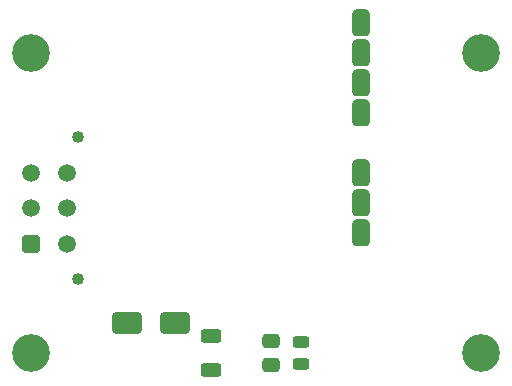
<source format=gbr>
%TF.GenerationSoftware,KiCad,Pcbnew,8.0.5*%
%TF.CreationDate,2024-09-27T19:14:55-05:00*%
%TF.ProjectId,pcb.pro,7063622e-7072-46f2-9e6b-696361645f70,rev?*%
%TF.SameCoordinates,Original*%
%TF.FileFunction,Soldermask,Top*%
%TF.FilePolarity,Negative*%
%FSLAX46Y46*%
G04 Gerber Fmt 4.6, Leading zero omitted, Abs format (unit mm)*
G04 Created by KiCad (PCBNEW 8.0.5) date 2024-09-27 19:14:55*
%MOMM*%
%LPD*%
G01*
G04 APERTURE LIST*
G04 Aperture macros list*
%AMRoundRect*
0 Rectangle with rounded corners*
0 $1 Rounding radius*
0 $2 $3 $4 $5 $6 $7 $8 $9 X,Y pos of 4 corners*
0 Add a 4 corners polygon primitive as box body*
4,1,4,$2,$3,$4,$5,$6,$7,$8,$9,$2,$3,0*
0 Add four circle primitives for the rounded corners*
1,1,$1+$1,$2,$3*
1,1,$1+$1,$4,$5*
1,1,$1+$1,$6,$7*
1,1,$1+$1,$8,$9*
0 Add four rect primitives between the rounded corners*
20,1,$1+$1,$2,$3,$4,$5,0*
20,1,$1+$1,$4,$5,$6,$7,0*
20,1,$1+$1,$6,$7,$8,$9,0*
20,1,$1+$1,$8,$9,$2,$3,0*%
G04 Aperture macros list end*
%ADD10C,3.200000*%
%ADD11RoundRect,0.381000X0.381000X-0.762000X0.381000X0.762000X-0.381000X0.762000X-0.381000X-0.762000X0*%
%ADD12RoundRect,0.250000X0.625000X-0.312500X0.625000X0.312500X-0.625000X0.312500X-0.625000X-0.312500X0*%
%ADD13C,1.500000*%
%ADD14RoundRect,0.250001X0.499999X-0.499999X0.499999X0.499999X-0.499999X0.499999X-0.499999X-0.499999X0*%
%ADD15C,1.020000*%
%ADD16RoundRect,0.243750X-0.456250X0.243750X-0.456250X-0.243750X0.456250X-0.243750X0.456250X0.243750X0*%
%ADD17RoundRect,0.250000X1.000000X0.650000X-1.000000X0.650000X-1.000000X-0.650000X1.000000X-0.650000X0*%
%ADD18RoundRect,0.250000X0.475000X-0.337500X0.475000X0.337500X-0.475000X0.337500X-0.475000X-0.337500X0*%
G04 APERTURE END LIST*
D10*
%TO.C,REF\u002A\u002A*%
X180340000Y-93980000D03*
%TD*%
%TO.C,REF\u002A\u002A*%
X218440000Y-93980000D03*
%TD*%
%TO.C,REF\u002A\u002A*%
X218440000Y-68580000D03*
%TD*%
%TO.C,REF\u002A\u002A*%
X180340000Y-68580000D03*
%TD*%
D11*
%TO.C,U1*%
X208280000Y-66040000D03*
X208280000Y-68580000D03*
X208280000Y-71120000D03*
X208280000Y-73660000D03*
X208280000Y-78740000D03*
X208280000Y-81280000D03*
X208280000Y-83820000D03*
%TD*%
D12*
%TO.C,R1*%
X195580000Y-95442500D03*
X195580000Y-92517500D03*
%TD*%
D13*
%TO.C,J1*%
X183340000Y-78740000D03*
X183340000Y-81740000D03*
X183340000Y-84740000D03*
X180340000Y-78740000D03*
X180340000Y-81740000D03*
D14*
X180340000Y-84740000D03*
D15*
X184280000Y-75740000D03*
X184280000Y-87740000D03*
%TD*%
D16*
%TO.C,D2*%
X203200000Y-93042500D03*
X203200000Y-94917500D03*
%TD*%
D17*
%TO.C,D1*%
X192500000Y-91440000D03*
X188500000Y-91440000D03*
%TD*%
D18*
%TO.C,C1*%
X200660000Y-95017500D03*
X200660000Y-92942500D03*
%TD*%
M02*

</source>
